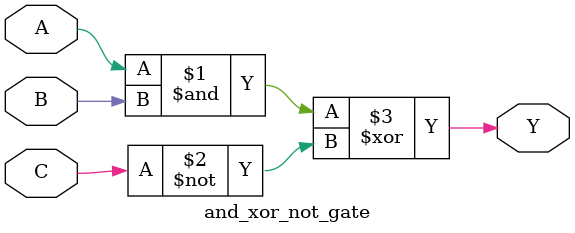
<source format=sv>
module and_xor_not_gate (
    input wire A, B, C,   // 输入A, B, C
    output wire Y         // 输出Y
);
    assign Y = (A & B) ^ ~C;  // 与、异或和非组合
endmodule

</source>
